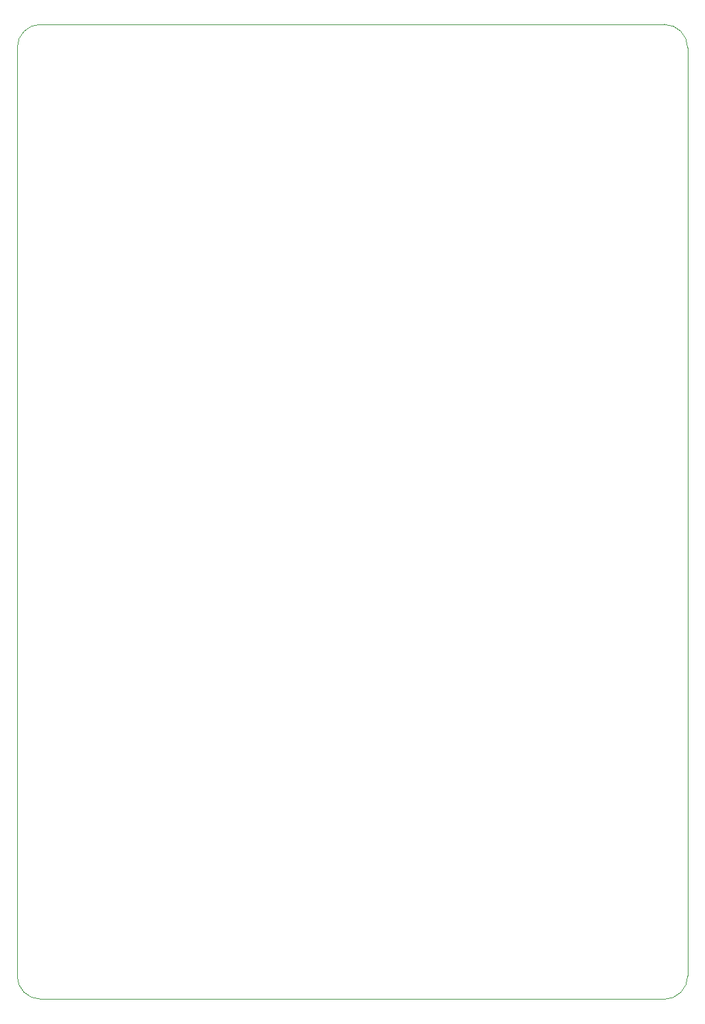
<source format=gm1>
G04 #@! TF.GenerationSoftware,KiCad,Pcbnew,8.0.6*
G04 #@! TF.CreationDate,2024-12-19T22:24:49+08:00*
G04 #@! TF.ProjectId,keyboard,6b657962-6f61-4726-942e-6b696361645f,rev?*
G04 #@! TF.SameCoordinates,Original*
G04 #@! TF.FileFunction,Profile,NP*
%FSLAX46Y46*%
G04 Gerber Fmt 4.6, Leading zero omitted, Abs format (unit mm)*
G04 Created by KiCad (PCBNEW 8.0.6) date 2024-12-19 22:24:49*
%MOMM*%
%LPD*%
G01*
G04 APERTURE LIST*
G04 #@! TA.AperFunction,Profile*
%ADD10C,0.100000*%
G04 #@! TD*
G04 APERTURE END LIST*
D10*
X331600000Y-247010660D02*
G75*
G02*
X328600000Y-250010700I-3000000J-40D01*
G01*
X248599999Y-250000001D02*
X328600000Y-250010660D01*
X248599999Y-250000001D02*
G75*
G02*
X245599999Y-247000001I1J3000001D01*
G01*
X245600000Y-128000000D02*
G75*
G02*
X248600000Y-125000000I3000000J0D01*
G01*
X328600000Y-125000000D02*
G75*
G02*
X331600000Y-128000000I0J-3000000D01*
G01*
X331600000Y-128000000D02*
X331600000Y-247010660D01*
X248600000Y-125000000D02*
X328600000Y-125000000D01*
X245600000Y-128000000D02*
X245599999Y-247000001D01*
M02*

</source>
